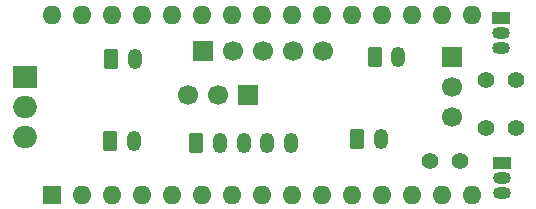
<source format=gbr>
%TF.GenerationSoftware,KiCad,Pcbnew,9.0.6*%
%TF.CreationDate,2026-02-19T21:29:22+01:00*%
%TF.ProjectId,TankIR_Breaker,54616e6b-4952-45f4-9272-65616b65722e,rev?*%
%TF.SameCoordinates,Original*%
%TF.FileFunction,Soldermask,Top*%
%TF.FilePolarity,Negative*%
%FSLAX46Y46*%
G04 Gerber Fmt 4.6, Leading zero omitted, Abs format (unit mm)*
G04 Created by KiCad (PCBNEW 9.0.6) date 2026-02-19 21:29:22*
%MOMM*%
%LPD*%
G01*
G04 APERTURE LIST*
G04 Aperture macros list*
%AMRoundRect*
0 Rectangle with rounded corners*
0 $1 Rounding radius*
0 $2 $3 $4 $5 $6 $7 $8 $9 X,Y pos of 4 corners*
0 Add a 4 corners polygon primitive as box body*
4,1,4,$2,$3,$4,$5,$6,$7,$8,$9,$2,$3,0*
0 Add four circle primitives for the rounded corners*
1,1,$1+$1,$2,$3*
1,1,$1+$1,$4,$5*
1,1,$1+$1,$6,$7*
1,1,$1+$1,$8,$9*
0 Add four rect primitives between the rounded corners*
20,1,$1+$1,$2,$3,$4,$5,0*
20,1,$1+$1,$4,$5,$6,$7,0*
20,1,$1+$1,$6,$7,$8,$9,0*
20,1,$1+$1,$8,$9,$2,$3,0*%
G04 Aperture macros list end*
%ADD10O,1.600000X1.600000*%
%ADD11R,1.600000X1.600000*%
%ADD12C,1.400000*%
%ADD13RoundRect,0.250000X-0.350000X-0.625000X0.350000X-0.625000X0.350000X0.625000X-0.350000X0.625000X0*%
%ADD14O,1.200000X1.750000*%
%ADD15R,1.500000X1.050000*%
%ADD16O,1.500000X1.050000*%
%ADD17R,1.700000X1.700000*%
%ADD18C,1.700000*%
%ADD19R,2.000000X1.905000*%
%ADD20O,2.000000X1.905000*%
G04 APERTURE END LIST*
D10*
%TO.C,A1*%
X81540000Y-58280000D03*
X84080000Y-58280000D03*
X86620000Y-58280000D03*
X89160000Y-58280000D03*
X91700000Y-58280000D03*
X94240000Y-58280000D03*
X96780000Y-58280000D03*
X99320000Y-58280000D03*
X101860000Y-58280000D03*
X104400000Y-58280000D03*
X106940000Y-58280000D03*
X109480000Y-58280000D03*
X112020000Y-58280000D03*
X114560000Y-58280000D03*
X117100000Y-58280000D03*
X117100000Y-73520000D03*
X114560000Y-73520000D03*
X112020000Y-73520000D03*
X109480000Y-73520000D03*
X106940000Y-73520000D03*
X104400000Y-73520000D03*
X101860000Y-73520000D03*
X99320000Y-73520000D03*
X96780000Y-73520000D03*
X94240000Y-73520000D03*
X91700000Y-73520000D03*
X89160000Y-73520000D03*
X86620000Y-73520000D03*
X84080000Y-73520000D03*
D11*
X81540000Y-73520000D03*
%TD*%
D12*
%TO.C,R3*%
X116120000Y-70700000D03*
X113580000Y-70700000D03*
%TD*%
%TO.C,R2*%
X118280000Y-63800000D03*
X120820000Y-63800000D03*
%TD*%
%TO.C,R1*%
X118280000Y-67900000D03*
X120820000Y-67900000D03*
%TD*%
D13*
%TO.C,J2*%
X86600000Y-62050000D03*
D14*
X88600000Y-62050000D03*
%TD*%
D15*
%TO.C,Q2*%
X119600000Y-58560000D03*
D16*
X119600000Y-59830000D03*
X119600000Y-61100000D03*
%TD*%
D17*
%TO.C,J6*%
X94380000Y-61400000D03*
D18*
X96920000Y-61400000D03*
X99460000Y-61400000D03*
X102000000Y-61400000D03*
X104540000Y-61400000D03*
%TD*%
D13*
%TO.C,J7*%
X107400000Y-68850000D03*
D14*
X109400000Y-68850000D03*
%TD*%
D13*
%TO.C,J1*%
X86500000Y-69000000D03*
D14*
X88500000Y-69000000D03*
%TD*%
D13*
%TO.C,J5*%
X93800000Y-69150000D03*
D14*
X95800000Y-69150000D03*
X97800000Y-69150000D03*
X99800000Y-69150000D03*
X101800000Y-69150000D03*
%TD*%
D13*
%TO.C,J8*%
X108900000Y-61850000D03*
D14*
X110900000Y-61850000D03*
%TD*%
D15*
%TO.C,Q1*%
X119640000Y-70830000D03*
D16*
X119640000Y-72100000D03*
X119640000Y-73370000D03*
%TD*%
D17*
%TO.C,J3*%
X115400000Y-61860000D03*
D18*
X115400000Y-64400000D03*
X115400000Y-66940000D03*
%TD*%
D19*
%TO.C,U1*%
X79250000Y-63560000D03*
D20*
X79250000Y-66100000D03*
X79250000Y-68640000D03*
%TD*%
D17*
%TO.C,J4*%
X98140000Y-65100000D03*
D18*
X95600000Y-65100000D03*
X93060000Y-65100000D03*
%TD*%
M02*

</source>
